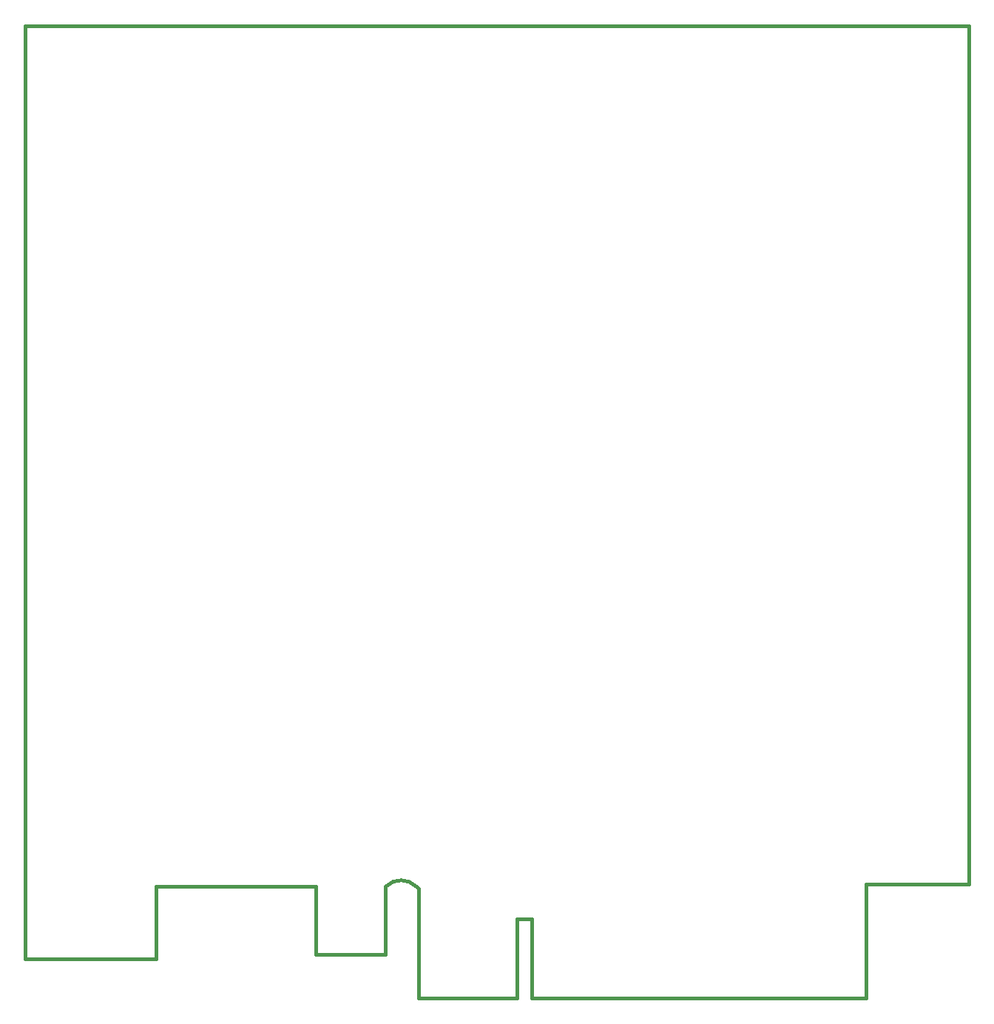
<source format=gbr>
G04 (created by PCBNEW (2013-07-07 BZR 4022)-stable) date 15/12/2015 05:15:49 PM*
%MOIN*%
G04 Gerber Fmt 3.4, Leading zero omitted, Abs format*
%FSLAX34Y34*%
G01*
G70*
G90*
G04 APERTURE LIST*
%ADD10C,0.00590551*%
%ADD11C,0.015*%
G04 APERTURE END LIST*
G54D10*
G54D11*
X72181Y-54783D02*
X72181Y-54881D01*
X76807Y-54783D02*
X72181Y-54783D01*
X76807Y-54586D02*
X76807Y-54783D01*
X76807Y-16102D02*
X76019Y-16102D01*
X76807Y-54685D02*
X76807Y-16102D01*
X34287Y-16102D02*
X76413Y-16102D01*
X52003Y-59901D02*
X52003Y-59803D01*
X56433Y-59901D02*
X52003Y-59901D01*
X56433Y-56358D02*
X56433Y-59901D01*
X57122Y-56358D02*
X56433Y-56358D01*
X57122Y-59901D02*
X57122Y-56358D01*
X72181Y-59901D02*
X57122Y-59901D01*
X52003Y-59901D02*
X52003Y-59606D01*
X72181Y-54783D02*
X72181Y-59901D01*
X34287Y-58129D02*
X34287Y-16102D01*
X40192Y-58129D02*
X34287Y-58129D01*
X40192Y-54881D02*
X40192Y-58129D01*
X52003Y-54980D02*
X51905Y-54881D01*
X52003Y-55078D02*
X52003Y-54980D01*
X52003Y-59803D02*
X52003Y-55078D01*
X50527Y-57933D02*
X50527Y-54881D01*
X47377Y-57933D02*
X50527Y-57933D01*
X47377Y-54881D02*
X47377Y-57933D01*
X51917Y-54894D02*
G75*
G03X50527Y-54881I-700J-676D01*
G74*
G01*
X40192Y-54881D02*
X47377Y-54881D01*
M02*

</source>
